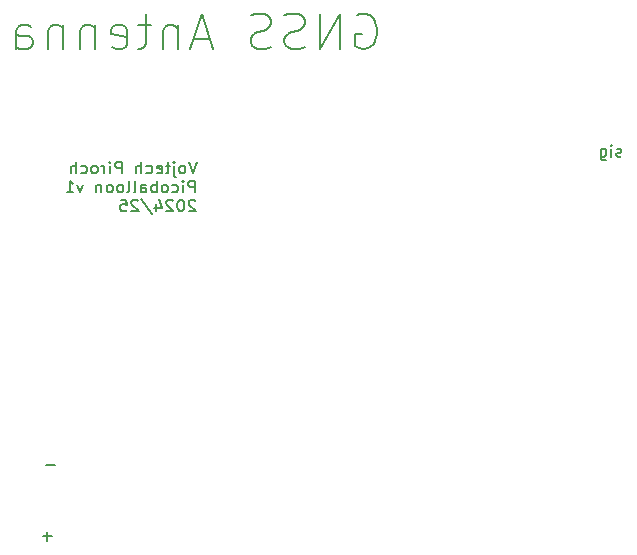
<source format=gbr>
%TF.GenerationSoftware,KiCad,Pcbnew,8.0.5*%
%TF.CreationDate,2025-03-03T10:26:28+01:00*%
%TF.ProjectId,picoballoon,7069636f-6261-46c6-9c6f-6f6e2e6b6963,rev?*%
%TF.SameCoordinates,Original*%
%TF.FileFunction,Legend,Bot*%
%TF.FilePolarity,Positive*%
%FSLAX46Y46*%
G04 Gerber Fmt 4.6, Leading zero omitted, Abs format (unit mm)*
G04 Created by KiCad (PCBNEW 8.0.5) date 2025-03-03 10:26:28*
%MOMM*%
%LPD*%
G01*
G04 APERTURE LIST*
%ADD10C,0.155000*%
%ADD11C,0.150000*%
G04 APERTURE END LIST*
D10*
X111580068Y-117413606D02*
X112341973Y-117413606D01*
X111310068Y-123468606D02*
X112071973Y-123468606D01*
X111691020Y-123849559D02*
X111691020Y-123087654D01*
D11*
X124336077Y-91739931D02*
X124002744Y-92739931D01*
X124002744Y-92739931D02*
X123669411Y-91739931D01*
X123193220Y-92739931D02*
X123288458Y-92692312D01*
X123288458Y-92692312D02*
X123336077Y-92644692D01*
X123336077Y-92644692D02*
X123383696Y-92549454D01*
X123383696Y-92549454D02*
X123383696Y-92263740D01*
X123383696Y-92263740D02*
X123336077Y-92168502D01*
X123336077Y-92168502D02*
X123288458Y-92120883D01*
X123288458Y-92120883D02*
X123193220Y-92073264D01*
X123193220Y-92073264D02*
X123050363Y-92073264D01*
X123050363Y-92073264D02*
X122955125Y-92120883D01*
X122955125Y-92120883D02*
X122907506Y-92168502D01*
X122907506Y-92168502D02*
X122859887Y-92263740D01*
X122859887Y-92263740D02*
X122859887Y-92549454D01*
X122859887Y-92549454D02*
X122907506Y-92644692D01*
X122907506Y-92644692D02*
X122955125Y-92692312D01*
X122955125Y-92692312D02*
X123050363Y-92739931D01*
X123050363Y-92739931D02*
X123193220Y-92739931D01*
X122431315Y-92073264D02*
X122431315Y-92930407D01*
X122431315Y-92930407D02*
X122478934Y-93025645D01*
X122478934Y-93025645D02*
X122574172Y-93073264D01*
X122574172Y-93073264D02*
X122621791Y-93073264D01*
X122431315Y-91739931D02*
X122478934Y-91787550D01*
X122478934Y-91787550D02*
X122431315Y-91835169D01*
X122431315Y-91835169D02*
X122383696Y-91787550D01*
X122383696Y-91787550D02*
X122431315Y-91739931D01*
X122431315Y-91739931D02*
X122431315Y-91835169D01*
X122097982Y-92073264D02*
X121717030Y-92073264D01*
X121955125Y-91739931D02*
X121955125Y-92597073D01*
X121955125Y-92597073D02*
X121907506Y-92692312D01*
X121907506Y-92692312D02*
X121812268Y-92739931D01*
X121812268Y-92739931D02*
X121717030Y-92739931D01*
X121002744Y-92692312D02*
X121097982Y-92739931D01*
X121097982Y-92739931D02*
X121288458Y-92739931D01*
X121288458Y-92739931D02*
X121383696Y-92692312D01*
X121383696Y-92692312D02*
X121431315Y-92597073D01*
X121431315Y-92597073D02*
X121431315Y-92216121D01*
X121431315Y-92216121D02*
X121383696Y-92120883D01*
X121383696Y-92120883D02*
X121288458Y-92073264D01*
X121288458Y-92073264D02*
X121097982Y-92073264D01*
X121097982Y-92073264D02*
X121002744Y-92120883D01*
X121002744Y-92120883D02*
X120955125Y-92216121D01*
X120955125Y-92216121D02*
X120955125Y-92311359D01*
X120955125Y-92311359D02*
X121431315Y-92406597D01*
X120097982Y-92692312D02*
X120193220Y-92739931D01*
X120193220Y-92739931D02*
X120383696Y-92739931D01*
X120383696Y-92739931D02*
X120478934Y-92692312D01*
X120478934Y-92692312D02*
X120526553Y-92644692D01*
X120526553Y-92644692D02*
X120574172Y-92549454D01*
X120574172Y-92549454D02*
X120574172Y-92263740D01*
X120574172Y-92263740D02*
X120526553Y-92168502D01*
X120526553Y-92168502D02*
X120478934Y-92120883D01*
X120478934Y-92120883D02*
X120383696Y-92073264D01*
X120383696Y-92073264D02*
X120193220Y-92073264D01*
X120193220Y-92073264D02*
X120097982Y-92120883D01*
X119669410Y-92739931D02*
X119669410Y-91739931D01*
X119240839Y-92739931D02*
X119240839Y-92216121D01*
X119240839Y-92216121D02*
X119288458Y-92120883D01*
X119288458Y-92120883D02*
X119383696Y-92073264D01*
X119383696Y-92073264D02*
X119526553Y-92073264D01*
X119526553Y-92073264D02*
X119621791Y-92120883D01*
X119621791Y-92120883D02*
X119669410Y-92168502D01*
X118002743Y-92739931D02*
X118002743Y-91739931D01*
X118002743Y-91739931D02*
X117621791Y-91739931D01*
X117621791Y-91739931D02*
X117526553Y-91787550D01*
X117526553Y-91787550D02*
X117478934Y-91835169D01*
X117478934Y-91835169D02*
X117431315Y-91930407D01*
X117431315Y-91930407D02*
X117431315Y-92073264D01*
X117431315Y-92073264D02*
X117478934Y-92168502D01*
X117478934Y-92168502D02*
X117526553Y-92216121D01*
X117526553Y-92216121D02*
X117621791Y-92263740D01*
X117621791Y-92263740D02*
X118002743Y-92263740D01*
X117002743Y-92739931D02*
X117002743Y-92073264D01*
X117002743Y-91739931D02*
X117050362Y-91787550D01*
X117050362Y-91787550D02*
X117002743Y-91835169D01*
X117002743Y-91835169D02*
X116955124Y-91787550D01*
X116955124Y-91787550D02*
X117002743Y-91739931D01*
X117002743Y-91739931D02*
X117002743Y-91835169D01*
X116526553Y-92739931D02*
X116526553Y-92073264D01*
X116526553Y-92263740D02*
X116478934Y-92168502D01*
X116478934Y-92168502D02*
X116431315Y-92120883D01*
X116431315Y-92120883D02*
X116336077Y-92073264D01*
X116336077Y-92073264D02*
X116240839Y-92073264D01*
X115764648Y-92739931D02*
X115859886Y-92692312D01*
X115859886Y-92692312D02*
X115907505Y-92644692D01*
X115907505Y-92644692D02*
X115955124Y-92549454D01*
X115955124Y-92549454D02*
X115955124Y-92263740D01*
X115955124Y-92263740D02*
X115907505Y-92168502D01*
X115907505Y-92168502D02*
X115859886Y-92120883D01*
X115859886Y-92120883D02*
X115764648Y-92073264D01*
X115764648Y-92073264D02*
X115621791Y-92073264D01*
X115621791Y-92073264D02*
X115526553Y-92120883D01*
X115526553Y-92120883D02*
X115478934Y-92168502D01*
X115478934Y-92168502D02*
X115431315Y-92263740D01*
X115431315Y-92263740D02*
X115431315Y-92549454D01*
X115431315Y-92549454D02*
X115478934Y-92644692D01*
X115478934Y-92644692D02*
X115526553Y-92692312D01*
X115526553Y-92692312D02*
X115621791Y-92739931D01*
X115621791Y-92739931D02*
X115764648Y-92739931D01*
X114574172Y-92692312D02*
X114669410Y-92739931D01*
X114669410Y-92739931D02*
X114859886Y-92739931D01*
X114859886Y-92739931D02*
X114955124Y-92692312D01*
X114955124Y-92692312D02*
X115002743Y-92644692D01*
X115002743Y-92644692D02*
X115050362Y-92549454D01*
X115050362Y-92549454D02*
X115050362Y-92263740D01*
X115050362Y-92263740D02*
X115002743Y-92168502D01*
X115002743Y-92168502D02*
X114955124Y-92120883D01*
X114955124Y-92120883D02*
X114859886Y-92073264D01*
X114859886Y-92073264D02*
X114669410Y-92073264D01*
X114669410Y-92073264D02*
X114574172Y-92120883D01*
X114145600Y-92739931D02*
X114145600Y-91739931D01*
X113717029Y-92739931D02*
X113717029Y-92216121D01*
X113717029Y-92216121D02*
X113764648Y-92120883D01*
X113764648Y-92120883D02*
X113859886Y-92073264D01*
X113859886Y-92073264D02*
X114002743Y-92073264D01*
X114002743Y-92073264D02*
X114097981Y-92120883D01*
X114097981Y-92120883D02*
X114145600Y-92168502D01*
X124193220Y-94349875D02*
X124193220Y-93349875D01*
X124193220Y-93349875D02*
X123812268Y-93349875D01*
X123812268Y-93349875D02*
X123717030Y-93397494D01*
X123717030Y-93397494D02*
X123669411Y-93445113D01*
X123669411Y-93445113D02*
X123621792Y-93540351D01*
X123621792Y-93540351D02*
X123621792Y-93683208D01*
X123621792Y-93683208D02*
X123669411Y-93778446D01*
X123669411Y-93778446D02*
X123717030Y-93826065D01*
X123717030Y-93826065D02*
X123812268Y-93873684D01*
X123812268Y-93873684D02*
X124193220Y-93873684D01*
X123193220Y-94349875D02*
X123193220Y-93683208D01*
X123193220Y-93349875D02*
X123240839Y-93397494D01*
X123240839Y-93397494D02*
X123193220Y-93445113D01*
X123193220Y-93445113D02*
X123145601Y-93397494D01*
X123145601Y-93397494D02*
X123193220Y-93349875D01*
X123193220Y-93349875D02*
X123193220Y-93445113D01*
X122288459Y-94302256D02*
X122383697Y-94349875D01*
X122383697Y-94349875D02*
X122574173Y-94349875D01*
X122574173Y-94349875D02*
X122669411Y-94302256D01*
X122669411Y-94302256D02*
X122717030Y-94254636D01*
X122717030Y-94254636D02*
X122764649Y-94159398D01*
X122764649Y-94159398D02*
X122764649Y-93873684D01*
X122764649Y-93873684D02*
X122717030Y-93778446D01*
X122717030Y-93778446D02*
X122669411Y-93730827D01*
X122669411Y-93730827D02*
X122574173Y-93683208D01*
X122574173Y-93683208D02*
X122383697Y-93683208D01*
X122383697Y-93683208D02*
X122288459Y-93730827D01*
X121717030Y-94349875D02*
X121812268Y-94302256D01*
X121812268Y-94302256D02*
X121859887Y-94254636D01*
X121859887Y-94254636D02*
X121907506Y-94159398D01*
X121907506Y-94159398D02*
X121907506Y-93873684D01*
X121907506Y-93873684D02*
X121859887Y-93778446D01*
X121859887Y-93778446D02*
X121812268Y-93730827D01*
X121812268Y-93730827D02*
X121717030Y-93683208D01*
X121717030Y-93683208D02*
X121574173Y-93683208D01*
X121574173Y-93683208D02*
X121478935Y-93730827D01*
X121478935Y-93730827D02*
X121431316Y-93778446D01*
X121431316Y-93778446D02*
X121383697Y-93873684D01*
X121383697Y-93873684D02*
X121383697Y-94159398D01*
X121383697Y-94159398D02*
X121431316Y-94254636D01*
X121431316Y-94254636D02*
X121478935Y-94302256D01*
X121478935Y-94302256D02*
X121574173Y-94349875D01*
X121574173Y-94349875D02*
X121717030Y-94349875D01*
X120955125Y-94349875D02*
X120955125Y-93349875D01*
X120955125Y-93730827D02*
X120859887Y-93683208D01*
X120859887Y-93683208D02*
X120669411Y-93683208D01*
X120669411Y-93683208D02*
X120574173Y-93730827D01*
X120574173Y-93730827D02*
X120526554Y-93778446D01*
X120526554Y-93778446D02*
X120478935Y-93873684D01*
X120478935Y-93873684D02*
X120478935Y-94159398D01*
X120478935Y-94159398D02*
X120526554Y-94254636D01*
X120526554Y-94254636D02*
X120574173Y-94302256D01*
X120574173Y-94302256D02*
X120669411Y-94349875D01*
X120669411Y-94349875D02*
X120859887Y-94349875D01*
X120859887Y-94349875D02*
X120955125Y-94302256D01*
X119621792Y-94349875D02*
X119621792Y-93826065D01*
X119621792Y-93826065D02*
X119669411Y-93730827D01*
X119669411Y-93730827D02*
X119764649Y-93683208D01*
X119764649Y-93683208D02*
X119955125Y-93683208D01*
X119955125Y-93683208D02*
X120050363Y-93730827D01*
X119621792Y-94302256D02*
X119717030Y-94349875D01*
X119717030Y-94349875D02*
X119955125Y-94349875D01*
X119955125Y-94349875D02*
X120050363Y-94302256D01*
X120050363Y-94302256D02*
X120097982Y-94207017D01*
X120097982Y-94207017D02*
X120097982Y-94111779D01*
X120097982Y-94111779D02*
X120050363Y-94016541D01*
X120050363Y-94016541D02*
X119955125Y-93968922D01*
X119955125Y-93968922D02*
X119717030Y-93968922D01*
X119717030Y-93968922D02*
X119621792Y-93921303D01*
X119002744Y-94349875D02*
X119097982Y-94302256D01*
X119097982Y-94302256D02*
X119145601Y-94207017D01*
X119145601Y-94207017D02*
X119145601Y-93349875D01*
X118478934Y-94349875D02*
X118574172Y-94302256D01*
X118574172Y-94302256D02*
X118621791Y-94207017D01*
X118621791Y-94207017D02*
X118621791Y-93349875D01*
X117955124Y-94349875D02*
X118050362Y-94302256D01*
X118050362Y-94302256D02*
X118097981Y-94254636D01*
X118097981Y-94254636D02*
X118145600Y-94159398D01*
X118145600Y-94159398D02*
X118145600Y-93873684D01*
X118145600Y-93873684D02*
X118097981Y-93778446D01*
X118097981Y-93778446D02*
X118050362Y-93730827D01*
X118050362Y-93730827D02*
X117955124Y-93683208D01*
X117955124Y-93683208D02*
X117812267Y-93683208D01*
X117812267Y-93683208D02*
X117717029Y-93730827D01*
X117717029Y-93730827D02*
X117669410Y-93778446D01*
X117669410Y-93778446D02*
X117621791Y-93873684D01*
X117621791Y-93873684D02*
X117621791Y-94159398D01*
X117621791Y-94159398D02*
X117669410Y-94254636D01*
X117669410Y-94254636D02*
X117717029Y-94302256D01*
X117717029Y-94302256D02*
X117812267Y-94349875D01*
X117812267Y-94349875D02*
X117955124Y-94349875D01*
X117050362Y-94349875D02*
X117145600Y-94302256D01*
X117145600Y-94302256D02*
X117193219Y-94254636D01*
X117193219Y-94254636D02*
X117240838Y-94159398D01*
X117240838Y-94159398D02*
X117240838Y-93873684D01*
X117240838Y-93873684D02*
X117193219Y-93778446D01*
X117193219Y-93778446D02*
X117145600Y-93730827D01*
X117145600Y-93730827D02*
X117050362Y-93683208D01*
X117050362Y-93683208D02*
X116907505Y-93683208D01*
X116907505Y-93683208D02*
X116812267Y-93730827D01*
X116812267Y-93730827D02*
X116764648Y-93778446D01*
X116764648Y-93778446D02*
X116717029Y-93873684D01*
X116717029Y-93873684D02*
X116717029Y-94159398D01*
X116717029Y-94159398D02*
X116764648Y-94254636D01*
X116764648Y-94254636D02*
X116812267Y-94302256D01*
X116812267Y-94302256D02*
X116907505Y-94349875D01*
X116907505Y-94349875D02*
X117050362Y-94349875D01*
X116288457Y-93683208D02*
X116288457Y-94349875D01*
X116288457Y-93778446D02*
X116240838Y-93730827D01*
X116240838Y-93730827D02*
X116145600Y-93683208D01*
X116145600Y-93683208D02*
X116002743Y-93683208D01*
X116002743Y-93683208D02*
X115907505Y-93730827D01*
X115907505Y-93730827D02*
X115859886Y-93826065D01*
X115859886Y-93826065D02*
X115859886Y-94349875D01*
X114717028Y-93683208D02*
X114478933Y-94349875D01*
X114478933Y-94349875D02*
X114240838Y-93683208D01*
X113336076Y-94349875D02*
X113907504Y-94349875D01*
X113621790Y-94349875D02*
X113621790Y-93349875D01*
X113621790Y-93349875D02*
X113717028Y-93492732D01*
X113717028Y-93492732D02*
X113812266Y-93587970D01*
X113812266Y-93587970D02*
X113907504Y-93635589D01*
X124240839Y-95055057D02*
X124193220Y-95007438D01*
X124193220Y-95007438D02*
X124097982Y-94959819D01*
X124097982Y-94959819D02*
X123859887Y-94959819D01*
X123859887Y-94959819D02*
X123764649Y-95007438D01*
X123764649Y-95007438D02*
X123717030Y-95055057D01*
X123717030Y-95055057D02*
X123669411Y-95150295D01*
X123669411Y-95150295D02*
X123669411Y-95245533D01*
X123669411Y-95245533D02*
X123717030Y-95388390D01*
X123717030Y-95388390D02*
X124288458Y-95959819D01*
X124288458Y-95959819D02*
X123669411Y-95959819D01*
X123050363Y-94959819D02*
X122955125Y-94959819D01*
X122955125Y-94959819D02*
X122859887Y-95007438D01*
X122859887Y-95007438D02*
X122812268Y-95055057D01*
X122812268Y-95055057D02*
X122764649Y-95150295D01*
X122764649Y-95150295D02*
X122717030Y-95340771D01*
X122717030Y-95340771D02*
X122717030Y-95578866D01*
X122717030Y-95578866D02*
X122764649Y-95769342D01*
X122764649Y-95769342D02*
X122812268Y-95864580D01*
X122812268Y-95864580D02*
X122859887Y-95912200D01*
X122859887Y-95912200D02*
X122955125Y-95959819D01*
X122955125Y-95959819D02*
X123050363Y-95959819D01*
X123050363Y-95959819D02*
X123145601Y-95912200D01*
X123145601Y-95912200D02*
X123193220Y-95864580D01*
X123193220Y-95864580D02*
X123240839Y-95769342D01*
X123240839Y-95769342D02*
X123288458Y-95578866D01*
X123288458Y-95578866D02*
X123288458Y-95340771D01*
X123288458Y-95340771D02*
X123240839Y-95150295D01*
X123240839Y-95150295D02*
X123193220Y-95055057D01*
X123193220Y-95055057D02*
X123145601Y-95007438D01*
X123145601Y-95007438D02*
X123050363Y-94959819D01*
X122336077Y-95055057D02*
X122288458Y-95007438D01*
X122288458Y-95007438D02*
X122193220Y-94959819D01*
X122193220Y-94959819D02*
X121955125Y-94959819D01*
X121955125Y-94959819D02*
X121859887Y-95007438D01*
X121859887Y-95007438D02*
X121812268Y-95055057D01*
X121812268Y-95055057D02*
X121764649Y-95150295D01*
X121764649Y-95150295D02*
X121764649Y-95245533D01*
X121764649Y-95245533D02*
X121812268Y-95388390D01*
X121812268Y-95388390D02*
X122383696Y-95959819D01*
X122383696Y-95959819D02*
X121764649Y-95959819D01*
X120907506Y-95293152D02*
X120907506Y-95959819D01*
X121145601Y-94912200D02*
X121383696Y-95626485D01*
X121383696Y-95626485D02*
X120764649Y-95626485D01*
X119669411Y-94912200D02*
X120526553Y-96197914D01*
X119383696Y-95055057D02*
X119336077Y-95007438D01*
X119336077Y-95007438D02*
X119240839Y-94959819D01*
X119240839Y-94959819D02*
X119002744Y-94959819D01*
X119002744Y-94959819D02*
X118907506Y-95007438D01*
X118907506Y-95007438D02*
X118859887Y-95055057D01*
X118859887Y-95055057D02*
X118812268Y-95150295D01*
X118812268Y-95150295D02*
X118812268Y-95245533D01*
X118812268Y-95245533D02*
X118859887Y-95388390D01*
X118859887Y-95388390D02*
X119431315Y-95959819D01*
X119431315Y-95959819D02*
X118812268Y-95959819D01*
X117907506Y-94959819D02*
X118383696Y-94959819D01*
X118383696Y-94959819D02*
X118431315Y-95436009D01*
X118431315Y-95436009D02*
X118383696Y-95388390D01*
X118383696Y-95388390D02*
X118288458Y-95340771D01*
X118288458Y-95340771D02*
X118050363Y-95340771D01*
X118050363Y-95340771D02*
X117955125Y-95388390D01*
X117955125Y-95388390D02*
X117907506Y-95436009D01*
X117907506Y-95436009D02*
X117859887Y-95531247D01*
X117859887Y-95531247D02*
X117859887Y-95769342D01*
X117859887Y-95769342D02*
X117907506Y-95864580D01*
X117907506Y-95864580D02*
X117955125Y-95912200D01*
X117955125Y-95912200D02*
X118050363Y-95959819D01*
X118050363Y-95959819D02*
X118288458Y-95959819D01*
X118288458Y-95959819D02*
X118383696Y-95912200D01*
X118383696Y-95912200D02*
X118431315Y-95864580D01*
X137915601Y-79357914D02*
X138201316Y-79215057D01*
X138201316Y-79215057D02*
X138629887Y-79215057D01*
X138629887Y-79215057D02*
X139058458Y-79357914D01*
X139058458Y-79357914D02*
X139344173Y-79643628D01*
X139344173Y-79643628D02*
X139487030Y-79929342D01*
X139487030Y-79929342D02*
X139629887Y-80500771D01*
X139629887Y-80500771D02*
X139629887Y-80929342D01*
X139629887Y-80929342D02*
X139487030Y-81500771D01*
X139487030Y-81500771D02*
X139344173Y-81786485D01*
X139344173Y-81786485D02*
X139058458Y-82072200D01*
X139058458Y-82072200D02*
X138629887Y-82215057D01*
X138629887Y-82215057D02*
X138344173Y-82215057D01*
X138344173Y-82215057D02*
X137915601Y-82072200D01*
X137915601Y-82072200D02*
X137772744Y-81929342D01*
X137772744Y-81929342D02*
X137772744Y-80929342D01*
X137772744Y-80929342D02*
X138344173Y-80929342D01*
X136487030Y-82215057D02*
X136487030Y-79215057D01*
X136487030Y-79215057D02*
X134772744Y-82215057D01*
X134772744Y-82215057D02*
X134772744Y-79215057D01*
X133487030Y-82072200D02*
X133058459Y-82215057D01*
X133058459Y-82215057D02*
X132344173Y-82215057D01*
X132344173Y-82215057D02*
X132058459Y-82072200D01*
X132058459Y-82072200D02*
X131915601Y-81929342D01*
X131915601Y-81929342D02*
X131772744Y-81643628D01*
X131772744Y-81643628D02*
X131772744Y-81357914D01*
X131772744Y-81357914D02*
X131915601Y-81072200D01*
X131915601Y-81072200D02*
X132058459Y-80929342D01*
X132058459Y-80929342D02*
X132344173Y-80786485D01*
X132344173Y-80786485D02*
X132915601Y-80643628D01*
X132915601Y-80643628D02*
X133201316Y-80500771D01*
X133201316Y-80500771D02*
X133344173Y-80357914D01*
X133344173Y-80357914D02*
X133487030Y-80072200D01*
X133487030Y-80072200D02*
X133487030Y-79786485D01*
X133487030Y-79786485D02*
X133344173Y-79500771D01*
X133344173Y-79500771D02*
X133201316Y-79357914D01*
X133201316Y-79357914D02*
X132915601Y-79215057D01*
X132915601Y-79215057D02*
X132201316Y-79215057D01*
X132201316Y-79215057D02*
X131772744Y-79357914D01*
X130629887Y-82072200D02*
X130201316Y-82215057D01*
X130201316Y-82215057D02*
X129487030Y-82215057D01*
X129487030Y-82215057D02*
X129201316Y-82072200D01*
X129201316Y-82072200D02*
X129058458Y-81929342D01*
X129058458Y-81929342D02*
X128915601Y-81643628D01*
X128915601Y-81643628D02*
X128915601Y-81357914D01*
X128915601Y-81357914D02*
X129058458Y-81072200D01*
X129058458Y-81072200D02*
X129201316Y-80929342D01*
X129201316Y-80929342D02*
X129487030Y-80786485D01*
X129487030Y-80786485D02*
X130058458Y-80643628D01*
X130058458Y-80643628D02*
X130344173Y-80500771D01*
X130344173Y-80500771D02*
X130487030Y-80357914D01*
X130487030Y-80357914D02*
X130629887Y-80072200D01*
X130629887Y-80072200D02*
X130629887Y-79786485D01*
X130629887Y-79786485D02*
X130487030Y-79500771D01*
X130487030Y-79500771D02*
X130344173Y-79357914D01*
X130344173Y-79357914D02*
X130058458Y-79215057D01*
X130058458Y-79215057D02*
X129344173Y-79215057D01*
X129344173Y-79215057D02*
X128915601Y-79357914D01*
X125487030Y-81357914D02*
X124058459Y-81357914D01*
X125772744Y-82215057D02*
X124772744Y-79215057D01*
X124772744Y-79215057D02*
X123772744Y-82215057D01*
X122772744Y-80215057D02*
X122772744Y-82215057D01*
X122772744Y-80500771D02*
X122629887Y-80357914D01*
X122629887Y-80357914D02*
X122344172Y-80215057D01*
X122344172Y-80215057D02*
X121915601Y-80215057D01*
X121915601Y-80215057D02*
X121629887Y-80357914D01*
X121629887Y-80357914D02*
X121487030Y-80643628D01*
X121487030Y-80643628D02*
X121487030Y-82215057D01*
X120487029Y-80215057D02*
X119344172Y-80215057D01*
X120058458Y-79215057D02*
X120058458Y-81786485D01*
X120058458Y-81786485D02*
X119915601Y-82072200D01*
X119915601Y-82072200D02*
X119629886Y-82215057D01*
X119629886Y-82215057D02*
X119344172Y-82215057D01*
X117201315Y-82072200D02*
X117487029Y-82215057D01*
X117487029Y-82215057D02*
X118058458Y-82215057D01*
X118058458Y-82215057D02*
X118344172Y-82072200D01*
X118344172Y-82072200D02*
X118487029Y-81786485D01*
X118487029Y-81786485D02*
X118487029Y-80643628D01*
X118487029Y-80643628D02*
X118344172Y-80357914D01*
X118344172Y-80357914D02*
X118058458Y-80215057D01*
X118058458Y-80215057D02*
X117487029Y-80215057D01*
X117487029Y-80215057D02*
X117201315Y-80357914D01*
X117201315Y-80357914D02*
X117058458Y-80643628D01*
X117058458Y-80643628D02*
X117058458Y-80929342D01*
X117058458Y-80929342D02*
X118487029Y-81215057D01*
X115772743Y-80215057D02*
X115772743Y-82215057D01*
X115772743Y-80500771D02*
X115629886Y-80357914D01*
X115629886Y-80357914D02*
X115344171Y-80215057D01*
X115344171Y-80215057D02*
X114915600Y-80215057D01*
X114915600Y-80215057D02*
X114629886Y-80357914D01*
X114629886Y-80357914D02*
X114487029Y-80643628D01*
X114487029Y-80643628D02*
X114487029Y-82215057D01*
X113058457Y-80215057D02*
X113058457Y-82215057D01*
X113058457Y-80500771D02*
X112915600Y-80357914D01*
X112915600Y-80357914D02*
X112629885Y-80215057D01*
X112629885Y-80215057D02*
X112201314Y-80215057D01*
X112201314Y-80215057D02*
X111915600Y-80357914D01*
X111915600Y-80357914D02*
X111772743Y-80643628D01*
X111772743Y-80643628D02*
X111772743Y-82215057D01*
X109058457Y-82215057D02*
X109058457Y-80643628D01*
X109058457Y-80643628D02*
X109201314Y-80357914D01*
X109201314Y-80357914D02*
X109487028Y-80215057D01*
X109487028Y-80215057D02*
X110058457Y-80215057D01*
X110058457Y-80215057D02*
X110344171Y-80357914D01*
X109058457Y-82072200D02*
X109344171Y-82215057D01*
X109344171Y-82215057D02*
X110058457Y-82215057D01*
X110058457Y-82215057D02*
X110344171Y-82072200D01*
X110344171Y-82072200D02*
X110487028Y-81786485D01*
X110487028Y-81786485D02*
X110487028Y-81500771D01*
X110487028Y-81500771D02*
X110344171Y-81215057D01*
X110344171Y-81215057D02*
X110058457Y-81072200D01*
X110058457Y-81072200D02*
X109344171Y-81072200D01*
X109344171Y-81072200D02*
X109058457Y-80929342D01*
D10*
X160307550Y-91261940D02*
X160212312Y-91309559D01*
X160212312Y-91309559D02*
X160021836Y-91309559D01*
X160021836Y-91309559D02*
X159926598Y-91261940D01*
X159926598Y-91261940D02*
X159878979Y-91166701D01*
X159878979Y-91166701D02*
X159878979Y-91119082D01*
X159878979Y-91119082D02*
X159926598Y-91023844D01*
X159926598Y-91023844D02*
X160021836Y-90976225D01*
X160021836Y-90976225D02*
X160164693Y-90976225D01*
X160164693Y-90976225D02*
X160259931Y-90928606D01*
X160259931Y-90928606D02*
X160307550Y-90833368D01*
X160307550Y-90833368D02*
X160307550Y-90785749D01*
X160307550Y-90785749D02*
X160259931Y-90690511D01*
X160259931Y-90690511D02*
X160164693Y-90642892D01*
X160164693Y-90642892D02*
X160021836Y-90642892D01*
X160021836Y-90642892D02*
X159926598Y-90690511D01*
X159450407Y-91309559D02*
X159450407Y-90642892D01*
X159450407Y-90309559D02*
X159498026Y-90357178D01*
X159498026Y-90357178D02*
X159450407Y-90404797D01*
X159450407Y-90404797D02*
X159402788Y-90357178D01*
X159402788Y-90357178D02*
X159450407Y-90309559D01*
X159450407Y-90309559D02*
X159450407Y-90404797D01*
X158545646Y-90642892D02*
X158545646Y-91452416D01*
X158545646Y-91452416D02*
X158593265Y-91547654D01*
X158593265Y-91547654D02*
X158640884Y-91595273D01*
X158640884Y-91595273D02*
X158736122Y-91642892D01*
X158736122Y-91642892D02*
X158878979Y-91642892D01*
X158878979Y-91642892D02*
X158974217Y-91595273D01*
X158545646Y-91261940D02*
X158640884Y-91309559D01*
X158640884Y-91309559D02*
X158831360Y-91309559D01*
X158831360Y-91309559D02*
X158926598Y-91261940D01*
X158926598Y-91261940D02*
X158974217Y-91214320D01*
X158974217Y-91214320D02*
X159021836Y-91119082D01*
X159021836Y-91119082D02*
X159021836Y-90833368D01*
X159021836Y-90833368D02*
X158974217Y-90738130D01*
X158974217Y-90738130D02*
X158926598Y-90690511D01*
X158926598Y-90690511D02*
X158831360Y-90642892D01*
X158831360Y-90642892D02*
X158640884Y-90642892D01*
X158640884Y-90642892D02*
X158545646Y-90690511D01*
M02*

</source>
